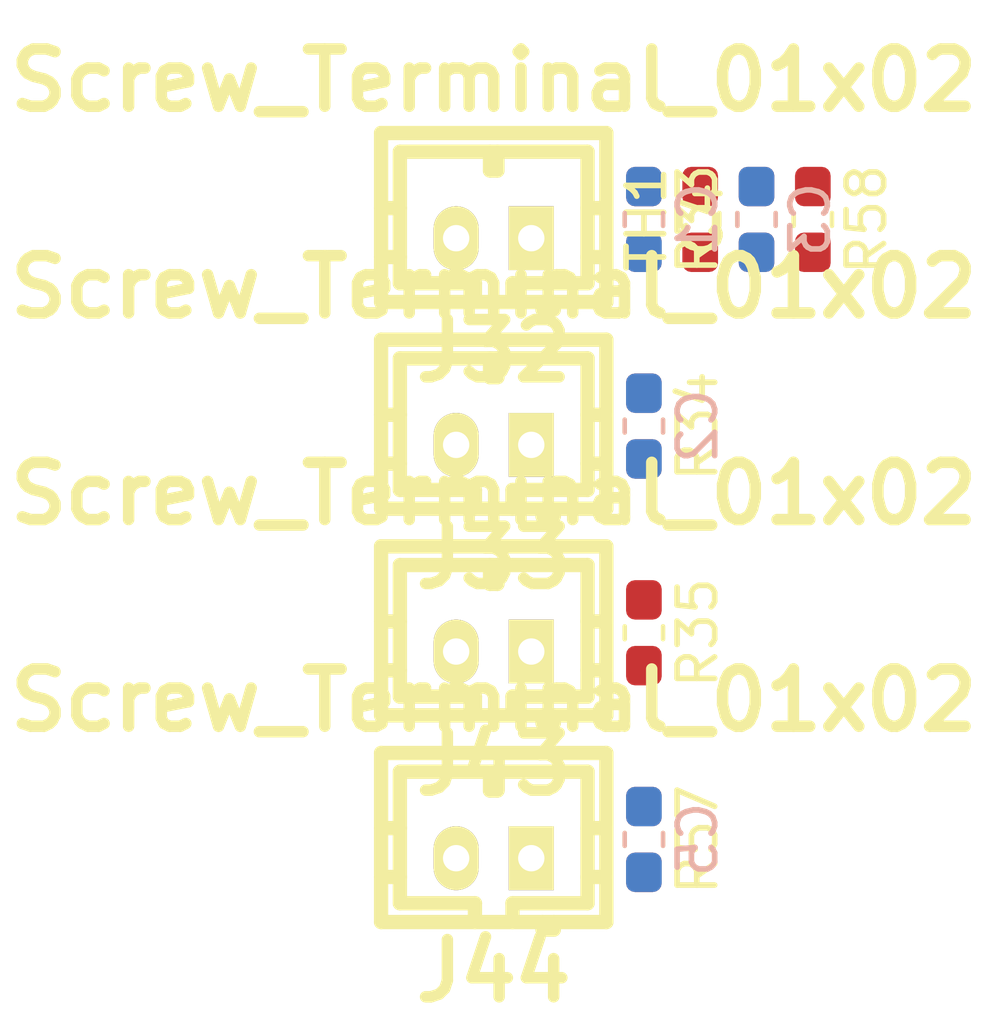
<source format=kicad_pcb>
(kicad_pcb (version 20171130) (host pcbnew 5.0.2-bee76a0~70~ubuntu18.04.1)

  (general
    (thickness 1.6)
    (drawings 0)
    (tracks 0)
    (zones 0)
    (modules 15)
    (nets 8)
  )

  (page A4)
  (layers
    (0 F.Cu signal)
    (31 B.Cu signal)
    (32 B.Adhes user)
    (33 F.Adhes user)
    (34 B.Paste user)
    (35 F.Paste user)
    (36 B.SilkS user)
    (37 F.SilkS user)
    (38 B.Mask user)
    (39 F.Mask user)
    (40 Dwgs.User user)
    (41 Cmts.User user)
    (42 Eco1.User user)
    (43 Eco2.User user)
    (44 Edge.Cuts user)
    (45 Margin user)
    (46 B.CrtYd user)
    (47 F.CrtYd user)
    (48 B.Fab user)
    (49 F.Fab user)
  )

  (setup
    (last_trace_width 0.25)
    (trace_clearance 0.2)
    (zone_clearance 0.508)
    (zone_45_only no)
    (trace_min 0.2)
    (segment_width 0.2)
    (edge_width 0.1)
    (via_size 0.8)
    (via_drill 0.4)
    (via_min_size 0.4)
    (via_min_drill 0.3)
    (uvia_size 0.3)
    (uvia_drill 0.1)
    (uvias_allowed no)
    (uvia_min_size 0.2)
    (uvia_min_drill 0.1)
    (pcb_text_width 0.3)
    (pcb_text_size 1.5 1.5)
    (mod_edge_width 0.15)
    (mod_text_size 1 1)
    (mod_text_width 0.15)
    (pad_size 1.5 1.5)
    (pad_drill 0.6)
    (pad_to_mask_clearance 0)
    (aux_axis_origin 0 0)
    (visible_elements FFFFEF7F)
    (pcbplotparams
      (layerselection 0x010fc_ffffffff)
      (usegerberextensions false)
      (usegerberattributes false)
      (usegerberadvancedattributes false)
      (creategerberjobfile false)
      (excludeedgelayer true)
      (linewidth 0.100000)
      (plotframeref false)
      (viasonmask false)
      (mode 1)
      (useauxorigin false)
      (hpglpennumber 1)
      (hpglpenspeed 20)
      (hpglpendiameter 15.000000)
      (psnegative false)
      (psa4output false)
      (plotreference true)
      (plotvalue true)
      (plotinvisibletext false)
      (padsonsilk false)
      (subtractmaskfromsilk false)
      (outputformat 1)
      (mirror false)
      (drillshape 1)
      (scaleselection 1)
      (outputdirectory ""))
  )

  (net 0 "")
  (net 1 /HEATBED_TEMP)
  (net 2 GND)
  (net 3 /AUX_TEMP)
  (net 4 /HOTEND_TEMP1)
  (net 5 /HOTEND_TEMP2)
  (net 6 +3V3_STM32)
  (net 7 /PCB_TEMP)

  (net_class Default "This is the default net class."
    (clearance 0.2)
    (trace_width 0.25)
    (via_dia 0.8)
    (via_drill 0.4)
    (uvia_dia 0.3)
    (uvia_drill 0.1)
    (add_net +3V3_STM32)
    (add_net /AUX_TEMP)
    (add_net /HEATBED_TEMP)
    (add_net /HOTEND_TEMP1)
    (add_net /HOTEND_TEMP2)
    (add_net /PCB_TEMP)
    (add_net GND)
  )

  (module Capacitor_SMD:C_0603_1608Metric_Pad1.05x0.95mm_HandSolder (layer B.Cu) (tedit 5B301BBE) (tstamp 5CC89F4C)
    (at 8.5 30 90)
    (descr "Capacitor SMD 0603 (1608 Metric), square (rectangular) end terminal, IPC_7351 nominal with elongated pad for handsoldering. (Body size source: http://www.tortai-tech.com/upload/download/2011102023233369053.pdf), generated with kicad-footprint-generator")
    (tags "capacitor handsolder")
    (path /5CC8A74B)
    (attr smd)
    (fp_text reference C5 (at 0 1.43 90) (layer B.SilkS)
      (effects (font (size 1 1) (thickness 0.15)) (justify mirror))
    )
    (fp_text value C105,0603 (at 0 -1.43 90) (layer B.Fab)
      (effects (font (size 1 1) (thickness 0.15)) (justify mirror))
    )
    (fp_line (start -0.8 -0.4) (end -0.8 0.4) (layer B.Fab) (width 0.1))
    (fp_line (start -0.8 0.4) (end 0.8 0.4) (layer B.Fab) (width 0.1))
    (fp_line (start 0.8 0.4) (end 0.8 -0.4) (layer B.Fab) (width 0.1))
    (fp_line (start 0.8 -0.4) (end -0.8 -0.4) (layer B.Fab) (width 0.1))
    (fp_line (start -0.171267 0.51) (end 0.171267 0.51) (layer B.SilkS) (width 0.12))
    (fp_line (start -0.171267 -0.51) (end 0.171267 -0.51) (layer B.SilkS) (width 0.12))
    (fp_line (start -1.65 -0.73) (end -1.65 0.73) (layer B.CrtYd) (width 0.05))
    (fp_line (start -1.65 0.73) (end 1.65 0.73) (layer B.CrtYd) (width 0.05))
    (fp_line (start 1.65 0.73) (end 1.65 -0.73) (layer B.CrtYd) (width 0.05))
    (fp_line (start 1.65 -0.73) (end -1.65 -0.73) (layer B.CrtYd) (width 0.05))
    (fp_text user %R (at 0 0 90) (layer B.Fab)
      (effects (font (size 0.4 0.4) (thickness 0.06)) (justify mirror))
    )
    (pad 1 smd roundrect (at -0.875 0 90) (size 1.05 0.95) (layers B.Cu B.Paste B.Mask) (roundrect_rratio 0.25)
      (net 5 /HOTEND_TEMP2))
    (pad 2 smd roundrect (at 0.875 0 90) (size 1.05 0.95) (layers B.Cu B.Paste B.Mask) (roundrect_rratio 0.25)
      (net 2 GND))
    (model ${KISYS3DMOD}/Capacitor_SMD.3dshapes/C_0603_1608Metric.wrl
      (at (xyz 0 0 0))
      (scale (xyz 1 1 1))
      (rotate (xyz 0 0 0))
    )
  )

  (module Capacitor_SMD:C_0603_1608Metric_Pad1.05x0.95mm_HandSolder (layer F.Cu) (tedit 5B301BBE) (tstamp 5CC89A6F)
    (at 11.5 13.5 90)
    (descr "Capacitor SMD 0603 (1608 Metric), square (rectangular) end terminal, IPC_7351 nominal with elongated pad for handsoldering. (Body size source: http://www.tortai-tech.com/upload/download/2011102023233369053.pdf), generated with kicad-footprint-generator")
    (tags "capacitor handsolder")
    (path /5CC8A6C5)
    (attr smd)
    (fp_text reference C4 (at 0 -1.43 90) (layer F.SilkS)
      (effects (font (size 1 1) (thickness 0.15)))
    )
    (fp_text value C105,0603 (at 0 1.43 90) (layer F.Fab)
      (effects (font (size 1 1) (thickness 0.15)))
    )
    (fp_text user %R (at 0 0 90) (layer F.Fab)
      (effects (font (size 0.4 0.4) (thickness 0.06)))
    )
    (fp_line (start 1.65 0.73) (end -1.65 0.73) (layer F.CrtYd) (width 0.05))
    (fp_line (start 1.65 -0.73) (end 1.65 0.73) (layer F.CrtYd) (width 0.05))
    (fp_line (start -1.65 -0.73) (end 1.65 -0.73) (layer F.CrtYd) (width 0.05))
    (fp_line (start -1.65 0.73) (end -1.65 -0.73) (layer F.CrtYd) (width 0.05))
    (fp_line (start -0.171267 0.51) (end 0.171267 0.51) (layer F.SilkS) (width 0.12))
    (fp_line (start -0.171267 -0.51) (end 0.171267 -0.51) (layer F.SilkS) (width 0.12))
    (fp_line (start 0.8 0.4) (end -0.8 0.4) (layer F.Fab) (width 0.1))
    (fp_line (start 0.8 -0.4) (end 0.8 0.4) (layer F.Fab) (width 0.1))
    (fp_line (start -0.8 -0.4) (end 0.8 -0.4) (layer F.Fab) (width 0.1))
    (fp_line (start -0.8 0.4) (end -0.8 -0.4) (layer F.Fab) (width 0.1))
    (pad 2 smd roundrect (at 0.875 0 90) (size 1.05 0.95) (layers F.Cu F.Paste F.Mask) (roundrect_rratio 0.25)
      (net 2 GND))
    (pad 1 smd roundrect (at -0.875 0 90) (size 1.05 0.95) (layers F.Cu F.Paste F.Mask) (roundrect_rratio 0.25)
      (net 7 /PCB_TEMP))
    (model ${KISYS3DMOD}/Capacitor_SMD.3dshapes/C_0603_1608Metric.wrl
      (at (xyz 0 0 0))
      (scale (xyz 1 1 1))
      (rotate (xyz 0 0 0))
    )
  )

  (module Capacitor_SMD:C_0603_1608Metric_Pad1.05x0.95mm_HandSolder (layer B.Cu) (tedit 5B301BBE) (tstamp 5CC89A5E)
    (at 11.5 13.5 90)
    (descr "Capacitor SMD 0603 (1608 Metric), square (rectangular) end terminal, IPC_7351 nominal with elongated pad for handsoldering. (Body size source: http://www.tortai-tech.com/upload/download/2011102023233369053.pdf), generated with kicad-footprint-generator")
    (tags "capacitor handsolder")
    (path /5CC8A496)
    (attr smd)
    (fp_text reference C3 (at 0 1.43 90) (layer B.SilkS)
      (effects (font (size 1 1) (thickness 0.15)) (justify mirror))
    )
    (fp_text value C105,0603 (at 0 -1.43 90) (layer B.Fab)
      (effects (font (size 1 1) (thickness 0.15)) (justify mirror))
    )
    (fp_line (start -0.8 -0.4) (end -0.8 0.4) (layer B.Fab) (width 0.1))
    (fp_line (start -0.8 0.4) (end 0.8 0.4) (layer B.Fab) (width 0.1))
    (fp_line (start 0.8 0.4) (end 0.8 -0.4) (layer B.Fab) (width 0.1))
    (fp_line (start 0.8 -0.4) (end -0.8 -0.4) (layer B.Fab) (width 0.1))
    (fp_line (start -0.171267 0.51) (end 0.171267 0.51) (layer B.SilkS) (width 0.12))
    (fp_line (start -0.171267 -0.51) (end 0.171267 -0.51) (layer B.SilkS) (width 0.12))
    (fp_line (start -1.65 -0.73) (end -1.65 0.73) (layer B.CrtYd) (width 0.05))
    (fp_line (start -1.65 0.73) (end 1.65 0.73) (layer B.CrtYd) (width 0.05))
    (fp_line (start 1.65 0.73) (end 1.65 -0.73) (layer B.CrtYd) (width 0.05))
    (fp_line (start 1.65 -0.73) (end -1.65 -0.73) (layer B.CrtYd) (width 0.05))
    (fp_text user %R (at 0 0 90) (layer B.Fab)
      (effects (font (size 0.4 0.4) (thickness 0.06)) (justify mirror))
    )
    (pad 1 smd roundrect (at -0.875 0 90) (size 1.05 0.95) (layers B.Cu B.Paste B.Mask) (roundrect_rratio 0.25)
      (net 4 /HOTEND_TEMP1))
    (pad 2 smd roundrect (at 0.875 0 90) (size 1.05 0.95) (layers B.Cu B.Paste B.Mask) (roundrect_rratio 0.25)
      (net 2 GND))
    (model ${KISYS3DMOD}/Capacitor_SMD.3dshapes/C_0603_1608Metric.wrl
      (at (xyz 0 0 0))
      (scale (xyz 1 1 1))
      (rotate (xyz 0 0 0))
    )
  )

  (module Capacitor_SMD:C_0603_1608Metric_Pad1.05x0.95mm_HandSolder (layer B.Cu) (tedit 5B301BBE) (tstamp 5CC89A4D)
    (at 8.5 19 90)
    (descr "Capacitor SMD 0603 (1608 Metric), square (rectangular) end terminal, IPC_7351 nominal with elongated pad for handsoldering. (Body size source: http://www.tortai-tech.com/upload/download/2011102023233369053.pdf), generated with kicad-footprint-generator")
    (tags "capacitor handsolder")
    (path /5CC8A39C)
    (attr smd)
    (fp_text reference C2 (at 0 1.43 90) (layer B.SilkS)
      (effects (font (size 1 1) (thickness 0.15)) (justify mirror))
    )
    (fp_text value C105,0603 (at 0 -1.43 90) (layer B.Fab)
      (effects (font (size 1 1) (thickness 0.15)) (justify mirror))
    )
    (fp_text user %R (at 0 0 90) (layer B.Fab)
      (effects (font (size 0.4 0.4) (thickness 0.06)) (justify mirror))
    )
    (fp_line (start 1.65 -0.73) (end -1.65 -0.73) (layer B.CrtYd) (width 0.05))
    (fp_line (start 1.65 0.73) (end 1.65 -0.73) (layer B.CrtYd) (width 0.05))
    (fp_line (start -1.65 0.73) (end 1.65 0.73) (layer B.CrtYd) (width 0.05))
    (fp_line (start -1.65 -0.73) (end -1.65 0.73) (layer B.CrtYd) (width 0.05))
    (fp_line (start -0.171267 -0.51) (end 0.171267 -0.51) (layer B.SilkS) (width 0.12))
    (fp_line (start -0.171267 0.51) (end 0.171267 0.51) (layer B.SilkS) (width 0.12))
    (fp_line (start 0.8 -0.4) (end -0.8 -0.4) (layer B.Fab) (width 0.1))
    (fp_line (start 0.8 0.4) (end 0.8 -0.4) (layer B.Fab) (width 0.1))
    (fp_line (start -0.8 0.4) (end 0.8 0.4) (layer B.Fab) (width 0.1))
    (fp_line (start -0.8 -0.4) (end -0.8 0.4) (layer B.Fab) (width 0.1))
    (pad 2 smd roundrect (at 0.875 0 90) (size 1.05 0.95) (layers B.Cu B.Paste B.Mask) (roundrect_rratio 0.25)
      (net 2 GND))
    (pad 1 smd roundrect (at -0.875 0 90) (size 1.05 0.95) (layers B.Cu B.Paste B.Mask) (roundrect_rratio 0.25)
      (net 3 /AUX_TEMP))
    (model ${KISYS3DMOD}/Capacitor_SMD.3dshapes/C_0603_1608Metric.wrl
      (at (xyz 0 0 0))
      (scale (xyz 1 1 1))
      (rotate (xyz 0 0 0))
    )
  )

  (module Capacitor_SMD:C_0603_1608Metric_Pad1.05x0.95mm_HandSolder (layer B.Cu) (tedit 5B301BBE) (tstamp 5CC89A3C)
    (at 8.5 13.5 90)
    (descr "Capacitor SMD 0603 (1608 Metric), square (rectangular) end terminal, IPC_7351 nominal with elongated pad for handsoldering. (Body size source: http://www.tortai-tech.com/upload/download/2011102023233369053.pdf), generated with kicad-footprint-generator")
    (tags "capacitor handsolder")
    (path /5CC8A1BD)
    (attr smd)
    (fp_text reference C1 (at 0 1.43 90) (layer B.SilkS)
      (effects (font (size 1 1) (thickness 0.15)) (justify mirror))
    )
    (fp_text value C105,0603 (at 0 -1.43 90) (layer B.Fab)
      (effects (font (size 1 1) (thickness 0.15)) (justify mirror))
    )
    (fp_line (start -0.8 -0.4) (end -0.8 0.4) (layer B.Fab) (width 0.1))
    (fp_line (start -0.8 0.4) (end 0.8 0.4) (layer B.Fab) (width 0.1))
    (fp_line (start 0.8 0.4) (end 0.8 -0.4) (layer B.Fab) (width 0.1))
    (fp_line (start 0.8 -0.4) (end -0.8 -0.4) (layer B.Fab) (width 0.1))
    (fp_line (start -0.171267 0.51) (end 0.171267 0.51) (layer B.SilkS) (width 0.12))
    (fp_line (start -0.171267 -0.51) (end 0.171267 -0.51) (layer B.SilkS) (width 0.12))
    (fp_line (start -1.65 -0.73) (end -1.65 0.73) (layer B.CrtYd) (width 0.05))
    (fp_line (start -1.65 0.73) (end 1.65 0.73) (layer B.CrtYd) (width 0.05))
    (fp_line (start 1.65 0.73) (end 1.65 -0.73) (layer B.CrtYd) (width 0.05))
    (fp_line (start 1.65 -0.73) (end -1.65 -0.73) (layer B.CrtYd) (width 0.05))
    (fp_text user %R (at 0 0 90) (layer B.Fab)
      (effects (font (size 0.4 0.4) (thickness 0.06)) (justify mirror))
    )
    (pad 1 smd roundrect (at -0.875 0 90) (size 1.05 0.95) (layers B.Cu B.Paste B.Mask) (roundrect_rratio 0.25)
      (net 1 /HEATBED_TEMP))
    (pad 2 smd roundrect (at 0.875 0 90) (size 1.05 0.95) (layers B.Cu B.Paste B.Mask) (roundrect_rratio 0.25)
      (net 2 GND))
    (model ${KISYS3DMOD}/Capacitor_SMD.3dshapes/C_0603_1608Metric.wrl
      (at (xyz 0 0 0))
      (scale (xyz 1 1 1))
      (rotate (xyz 0 0 0))
    )
  )

  (module Resistor_SMD:R_0603_1608Metric_Pad1.05x0.95mm_HandSolder (layer F.Cu) (tedit 5B301BBD) (tstamp 5CC89A2B)
    (at 10 13.5 90)
    (descr "Resistor SMD 0603 (1608 Metric), square (rectangular) end terminal, IPC_7351 nominal with elongated pad for handsoldering. (Body size source: http://www.tortai-tech.com/upload/download/2011102023233369053.pdf), generated with kicad-footprint-generator")
    (tags "resistor handsolder")
    (path /5CE61736)
    (attr smd)
    (fp_text reference TH1 (at 0 -1.43 90) (layer F.SilkS)
      (effects (font (size 1 1) (thickness 0.15)))
    )
    (fp_text value Thermistor_NTC (at 0 1.43 90) (layer F.Fab)
      (effects (font (size 1 1) (thickness 0.15)))
    )
    (fp_text user %R (at 0 0 90) (layer F.Fab)
      (effects (font (size 0.4 0.4) (thickness 0.06)))
    )
    (fp_line (start 1.65 0.73) (end -1.65 0.73) (layer F.CrtYd) (width 0.05))
    (fp_line (start 1.65 -0.73) (end 1.65 0.73) (layer F.CrtYd) (width 0.05))
    (fp_line (start -1.65 -0.73) (end 1.65 -0.73) (layer F.CrtYd) (width 0.05))
    (fp_line (start -1.65 0.73) (end -1.65 -0.73) (layer F.CrtYd) (width 0.05))
    (fp_line (start -0.171267 0.51) (end 0.171267 0.51) (layer F.SilkS) (width 0.12))
    (fp_line (start -0.171267 -0.51) (end 0.171267 -0.51) (layer F.SilkS) (width 0.12))
    (fp_line (start 0.8 0.4) (end -0.8 0.4) (layer F.Fab) (width 0.1))
    (fp_line (start 0.8 -0.4) (end 0.8 0.4) (layer F.Fab) (width 0.1))
    (fp_line (start -0.8 -0.4) (end 0.8 -0.4) (layer F.Fab) (width 0.1))
    (fp_line (start -0.8 0.4) (end -0.8 -0.4) (layer F.Fab) (width 0.1))
    (pad 2 smd roundrect (at 0.875 0 90) (size 1.05 0.95) (layers F.Cu F.Paste F.Mask) (roundrect_rratio 0.25)
      (net 2 GND))
    (pad 1 smd roundrect (at -0.875 0 90) (size 1.05 0.95) (layers F.Cu F.Paste F.Mask) (roundrect_rratio 0.25)
      (net 7 /PCB_TEMP))
    (model ${KISYS3DMOD}/Resistor_SMD.3dshapes/R_0603_1608Metric.wrl
      (at (xyz 0 0 0))
      (scale (xyz 1 1 1))
      (rotate (xyz 0 0 0))
    )
  )

  (module Resistor_SMD:R_0603_1608Metric_Pad1.05x0.95mm_HandSolder (layer F.Cu) (tedit 5B301BBD) (tstamp 5CC89A1A)
    (at 13 13.5 270)
    (descr "Resistor SMD 0603 (1608 Metric), square (rectangular) end terminal, IPC_7351 nominal with elongated pad for handsoldering. (Body size source: http://www.tortai-tech.com/upload/download/2011102023233369053.pdf), generated with kicad-footprint-generator")
    (tags "resistor handsolder")
    (path /5CC40EF7)
    (attr smd)
    (fp_text reference R58 (at 0 -1.43 270) (layer F.SilkS)
      (effects (font (size 1 1) (thickness 0.15)))
    )
    (fp_text value R472,0603 (at 0 1.43 270) (layer F.Fab)
      (effects (font (size 1 1) (thickness 0.15)))
    )
    (fp_line (start -0.8 0.4) (end -0.8 -0.4) (layer F.Fab) (width 0.1))
    (fp_line (start -0.8 -0.4) (end 0.8 -0.4) (layer F.Fab) (width 0.1))
    (fp_line (start 0.8 -0.4) (end 0.8 0.4) (layer F.Fab) (width 0.1))
    (fp_line (start 0.8 0.4) (end -0.8 0.4) (layer F.Fab) (width 0.1))
    (fp_line (start -0.171267 -0.51) (end 0.171267 -0.51) (layer F.SilkS) (width 0.12))
    (fp_line (start -0.171267 0.51) (end 0.171267 0.51) (layer F.SilkS) (width 0.12))
    (fp_line (start -1.65 0.73) (end -1.65 -0.73) (layer F.CrtYd) (width 0.05))
    (fp_line (start -1.65 -0.73) (end 1.65 -0.73) (layer F.CrtYd) (width 0.05))
    (fp_line (start 1.65 -0.73) (end 1.65 0.73) (layer F.CrtYd) (width 0.05))
    (fp_line (start 1.65 0.73) (end -1.65 0.73) (layer F.CrtYd) (width 0.05))
    (fp_text user %R (at 0 0 270) (layer F.Fab)
      (effects (font (size 0.4 0.4) (thickness 0.06)))
    )
    (pad 1 smd roundrect (at -0.875 0 270) (size 1.05 0.95) (layers F.Cu F.Paste F.Mask) (roundrect_rratio 0.25)
      (net 6 +3V3_STM32))
    (pad 2 smd roundrect (at 0.875 0 270) (size 1.05 0.95) (layers F.Cu F.Paste F.Mask) (roundrect_rratio 0.25)
      (net 7 /PCB_TEMP))
    (model ${KISYS3DMOD}/Resistor_SMD.3dshapes/R_0603_1608Metric.wrl
      (at (xyz 0 0 0))
      (scale (xyz 1 1 1))
      (rotate (xyz 0 0 0))
    )
  )

  (module Resistor_SMD:R_0603_1608Metric_Pad1.05x0.95mm_HandSolder (layer F.Cu) (tedit 5B301BBD) (tstamp 5CC89A09)
    (at 8.5 30 270)
    (descr "Resistor SMD 0603 (1608 Metric), square (rectangular) end terminal, IPC_7351 nominal with elongated pad for handsoldering. (Body size source: http://www.tortai-tech.com/upload/download/2011102023233369053.pdf), generated with kicad-footprint-generator")
    (tags "resistor handsolder")
    (path /5CC40EC5)
    (attr smd)
    (fp_text reference R57 (at 0 -1.43 270) (layer F.SilkS)
      (effects (font (size 1 1) (thickness 0.15)))
    )
    (fp_text value R472,0603 (at 0 1.43 270) (layer F.Fab)
      (effects (font (size 1 1) (thickness 0.15)))
    )
    (fp_text user %R (at 0 0 270) (layer F.Fab)
      (effects (font (size 0.4 0.4) (thickness 0.06)))
    )
    (fp_line (start 1.65 0.73) (end -1.65 0.73) (layer F.CrtYd) (width 0.05))
    (fp_line (start 1.65 -0.73) (end 1.65 0.73) (layer F.CrtYd) (width 0.05))
    (fp_line (start -1.65 -0.73) (end 1.65 -0.73) (layer F.CrtYd) (width 0.05))
    (fp_line (start -1.65 0.73) (end -1.65 -0.73) (layer F.CrtYd) (width 0.05))
    (fp_line (start -0.171267 0.51) (end 0.171267 0.51) (layer F.SilkS) (width 0.12))
    (fp_line (start -0.171267 -0.51) (end 0.171267 -0.51) (layer F.SilkS) (width 0.12))
    (fp_line (start 0.8 0.4) (end -0.8 0.4) (layer F.Fab) (width 0.1))
    (fp_line (start 0.8 -0.4) (end 0.8 0.4) (layer F.Fab) (width 0.1))
    (fp_line (start -0.8 -0.4) (end 0.8 -0.4) (layer F.Fab) (width 0.1))
    (fp_line (start -0.8 0.4) (end -0.8 -0.4) (layer F.Fab) (width 0.1))
    (pad 2 smd roundrect (at 0.875 0 270) (size 1.05 0.95) (layers F.Cu F.Paste F.Mask) (roundrect_rratio 0.25)
      (net 5 /HOTEND_TEMP2))
    (pad 1 smd roundrect (at -0.875 0 270) (size 1.05 0.95) (layers F.Cu F.Paste F.Mask) (roundrect_rratio 0.25)
      (net 6 +3V3_STM32))
    (model ${KISYS3DMOD}/Resistor_SMD.3dshapes/R_0603_1608Metric.wrl
      (at (xyz 0 0 0))
      (scale (xyz 1 1 1))
      (rotate (xyz 0 0 0))
    )
  )

  (module Resistor_SMD:R_0603_1608Metric_Pad1.05x0.95mm_HandSolder (layer F.Cu) (tedit 5B301BBD) (tstamp 5CC899F8)
    (at 8.5 24.5 270)
    (descr "Resistor SMD 0603 (1608 Metric), square (rectangular) end terminal, IPC_7351 nominal with elongated pad for handsoldering. (Body size source: http://www.tortai-tech.com/upload/download/2011102023233369053.pdf), generated with kicad-footprint-generator")
    (tags "resistor handsolder")
    (path /5CC409E7)
    (attr smd)
    (fp_text reference R35 (at 0 -1.43 270) (layer F.SilkS)
      (effects (font (size 1 1) (thickness 0.15)))
    )
    (fp_text value R472,0603 (at 0 1.43 270) (layer F.Fab)
      (effects (font (size 1 1) (thickness 0.15)))
    )
    (fp_line (start -0.8 0.4) (end -0.8 -0.4) (layer F.Fab) (width 0.1))
    (fp_line (start -0.8 -0.4) (end 0.8 -0.4) (layer F.Fab) (width 0.1))
    (fp_line (start 0.8 -0.4) (end 0.8 0.4) (layer F.Fab) (width 0.1))
    (fp_line (start 0.8 0.4) (end -0.8 0.4) (layer F.Fab) (width 0.1))
    (fp_line (start -0.171267 -0.51) (end 0.171267 -0.51) (layer F.SilkS) (width 0.12))
    (fp_line (start -0.171267 0.51) (end 0.171267 0.51) (layer F.SilkS) (width 0.12))
    (fp_line (start -1.65 0.73) (end -1.65 -0.73) (layer F.CrtYd) (width 0.05))
    (fp_line (start -1.65 -0.73) (end 1.65 -0.73) (layer F.CrtYd) (width 0.05))
    (fp_line (start 1.65 -0.73) (end 1.65 0.73) (layer F.CrtYd) (width 0.05))
    (fp_line (start 1.65 0.73) (end -1.65 0.73) (layer F.CrtYd) (width 0.05))
    (fp_text user %R (at 0 0 270) (layer F.Fab)
      (effects (font (size 0.4 0.4) (thickness 0.06)))
    )
    (pad 1 smd roundrect (at -0.875 0 270) (size 1.05 0.95) (layers F.Cu F.Paste F.Mask) (roundrect_rratio 0.25)
      (net 6 +3V3_STM32))
    (pad 2 smd roundrect (at 0.875 0 270) (size 1.05 0.95) (layers F.Cu F.Paste F.Mask) (roundrect_rratio 0.25)
      (net 4 /HOTEND_TEMP1))
    (model ${KISYS3DMOD}/Resistor_SMD.3dshapes/R_0603_1608Metric.wrl
      (at (xyz 0 0 0))
      (scale (xyz 1 1 1))
      (rotate (xyz 0 0 0))
    )
  )

  (module Resistor_SMD:R_0603_1608Metric_Pad1.05x0.95mm_HandSolder (layer F.Cu) (tedit 5B301BBD) (tstamp 5CC899E7)
    (at 8.5 19 270)
    (descr "Resistor SMD 0603 (1608 Metric), square (rectangular) end terminal, IPC_7351 nominal with elongated pad for handsoldering. (Body size source: http://www.tortai-tech.com/upload/download/2011102023233369053.pdf), generated with kicad-footprint-generator")
    (tags "resistor handsolder")
    (path /5CC416F3)
    (attr smd)
    (fp_text reference R34 (at 0 -1.43 270) (layer F.SilkS)
      (effects (font (size 1 1) (thickness 0.15)))
    )
    (fp_text value R472,0603 (at 0 1.43 270) (layer F.Fab)
      (effects (font (size 1 1) (thickness 0.15)))
    )
    (fp_text user %R (at 0 0 270) (layer F.Fab)
      (effects (font (size 0.4 0.4) (thickness 0.06)))
    )
    (fp_line (start 1.65 0.73) (end -1.65 0.73) (layer F.CrtYd) (width 0.05))
    (fp_line (start 1.65 -0.73) (end 1.65 0.73) (layer F.CrtYd) (width 0.05))
    (fp_line (start -1.65 -0.73) (end 1.65 -0.73) (layer F.CrtYd) (width 0.05))
    (fp_line (start -1.65 0.73) (end -1.65 -0.73) (layer F.CrtYd) (width 0.05))
    (fp_line (start -0.171267 0.51) (end 0.171267 0.51) (layer F.SilkS) (width 0.12))
    (fp_line (start -0.171267 -0.51) (end 0.171267 -0.51) (layer F.SilkS) (width 0.12))
    (fp_line (start 0.8 0.4) (end -0.8 0.4) (layer F.Fab) (width 0.1))
    (fp_line (start 0.8 -0.4) (end 0.8 0.4) (layer F.Fab) (width 0.1))
    (fp_line (start -0.8 -0.4) (end 0.8 -0.4) (layer F.Fab) (width 0.1))
    (fp_line (start -0.8 0.4) (end -0.8 -0.4) (layer F.Fab) (width 0.1))
    (pad 2 smd roundrect (at 0.875 0 270) (size 1.05 0.95) (layers F.Cu F.Paste F.Mask) (roundrect_rratio 0.25)
      (net 3 /AUX_TEMP))
    (pad 1 smd roundrect (at -0.875 0 270) (size 1.05 0.95) (layers F.Cu F.Paste F.Mask) (roundrect_rratio 0.25)
      (net 6 +3V3_STM32))
    (model ${KISYS3DMOD}/Resistor_SMD.3dshapes/R_0603_1608Metric.wrl
      (at (xyz 0 0 0))
      (scale (xyz 1 1 1))
      (rotate (xyz 0 0 0))
    )
  )

  (module Resistor_SMD:R_0603_1608Metric_Pad1.05x0.95mm_HandSolder (layer F.Cu) (tedit 5B301BBD) (tstamp 5CC899D6)
    (at 8.5 13.5 270)
    (descr "Resistor SMD 0603 (1608 Metric), square (rectangular) end terminal, IPC_7351 nominal with elongated pad for handsoldering. (Body size source: http://www.tortai-tech.com/upload/download/2011102023233369053.pdf), generated with kicad-footprint-generator")
    (tags "resistor handsolder")
    (path /5CC3DD45)
    (attr smd)
    (fp_text reference R33 (at 0 -1.43 270) (layer F.SilkS)
      (effects (font (size 1 1) (thickness 0.15)))
    )
    (fp_text value R472,0603 (at 0 1.43 270) (layer F.Fab)
      (effects (font (size 1 1) (thickness 0.15)))
    )
    (fp_line (start -0.8 0.4) (end -0.8 -0.4) (layer F.Fab) (width 0.1))
    (fp_line (start -0.8 -0.4) (end 0.8 -0.4) (layer F.Fab) (width 0.1))
    (fp_line (start 0.8 -0.4) (end 0.8 0.4) (layer F.Fab) (width 0.1))
    (fp_line (start 0.8 0.4) (end -0.8 0.4) (layer F.Fab) (width 0.1))
    (fp_line (start -0.171267 -0.51) (end 0.171267 -0.51) (layer F.SilkS) (width 0.12))
    (fp_line (start -0.171267 0.51) (end 0.171267 0.51) (layer F.SilkS) (width 0.12))
    (fp_line (start -1.65 0.73) (end -1.65 -0.73) (layer F.CrtYd) (width 0.05))
    (fp_line (start -1.65 -0.73) (end 1.65 -0.73) (layer F.CrtYd) (width 0.05))
    (fp_line (start 1.65 -0.73) (end 1.65 0.73) (layer F.CrtYd) (width 0.05))
    (fp_line (start 1.65 0.73) (end -1.65 0.73) (layer F.CrtYd) (width 0.05))
    (fp_text user %R (at 0 0 270) (layer F.Fab)
      (effects (font (size 0.4 0.4) (thickness 0.06)))
    )
    (pad 1 smd roundrect (at -0.875 0 270) (size 1.05 0.95) (layers F.Cu F.Paste F.Mask) (roundrect_rratio 0.25)
      (net 6 +3V3_STM32))
    (pad 2 smd roundrect (at 0.875 0 270) (size 1.05 0.95) (layers F.Cu F.Paste F.Mask) (roundrect_rratio 0.25)
      (net 1 /HEATBED_TEMP))
    (model ${KISYS3DMOD}/Resistor_SMD.3dshapes/R_0603_1608Metric.wrl
      (at (xyz 0 0 0))
      (scale (xyz 1 1 1))
      (rotate (xyz 0 0 0))
    )
  )

  (module w_conn_jst-ph:b2b-ph-kl (layer F.Cu) (tedit 0) (tstamp 5CC899C5)
    (at 4.5 30.5 180)
    (descr "JST PH series connector, B2B-PH-KL")
    (path /5CC40EDC)
    (fp_text reference J44 (at 0 -2.99974 180) (layer F.SilkS)
      (effects (font (size 1.524 1.524) (thickness 0.3048)))
    )
    (fp_text value Screw_Terminal_01x02 (at 0 4.20116 180) (layer F.SilkS)
      (effects (font (size 1.524 1.524) (thickness 0.3048)))
    )
    (fp_line (start -2.99974 2.79908) (end 2.99974 2.79908) (layer F.SilkS) (width 0.381))
    (fp_line (start 2.99974 -1.69926) (end -2.99974 -1.69926) (layer F.SilkS) (width 0.381))
    (fp_line (start -1.6002 -1.89992) (end -1.6002 -1.69926) (layer F.SilkS) (width 0.381))
    (fp_line (start -1.30048 -1.89992) (end -1.6002 -1.89992) (layer F.SilkS) (width 0.381))
    (fp_line (start -1.30048 -1.69926) (end -1.30048 -1.89992) (layer F.SilkS) (width 0.381))
    (fp_line (start 2.99974 -1.69926) (end 2.99974 2.79908) (layer F.SilkS) (width 0.381))
    (fp_line (start -2.99974 -1.69926) (end -2.99974 2.79908) (layer F.SilkS) (width 0.381))
    (fp_line (start 0.50038 -1.19888) (end 0.50038 -1.69926) (layer F.SilkS) (width 0.381))
    (fp_line (start 2.49936 -1.19888) (end 0.50038 -1.19888) (layer F.SilkS) (width 0.381))
    (fp_line (start 2.49936 2.30124) (end 2.49936 -1.19888) (layer F.SilkS) (width 0.381))
    (fp_line (start -2.49936 2.30124) (end 2.49936 2.30124) (layer F.SilkS) (width 0.381))
    (fp_line (start -2.49936 -1.19888) (end -2.49936 2.30124) (layer F.SilkS) (width 0.381))
    (fp_line (start -0.50038 -1.19888) (end -2.49936 -1.19888) (layer F.SilkS) (width 0.381))
    (fp_line (start -0.50038 -1.69926) (end -0.50038 -1.19888) (layer F.SilkS) (width 0.381))
    (fp_line (start -2.49936 -0.50038) (end -2.99974 -0.50038) (layer F.SilkS) (width 0.381))
    (fp_line (start -2.49936 0.8001) (end -2.99974 0.8001) (layer F.SilkS) (width 0.381))
    (fp_line (start 2.49936 0.8001) (end 2.99974 0.8001) (layer F.SilkS) (width 0.381))
    (fp_line (start 2.99974 -0.50038) (end 2.49936 -0.50038) (layer F.SilkS) (width 0.381))
    (fp_line (start 0.09906 1.80086) (end 0.09906 2.30124) (layer F.SilkS) (width 0.381))
    (fp_line (start -0.09906 1.80086) (end 0.09906 1.80086) (layer F.SilkS) (width 0.381))
    (fp_line (start -0.09906 2.30124) (end -0.09906 1.80086) (layer F.SilkS) (width 0.381))
    (pad 2 thru_hole oval (at 1.00076 0 180) (size 1.19888 1.69926) (drill 0.70104) (layers *.Cu *.Mask F.SilkS)
      (net 2 GND))
    (pad 1 thru_hole rect (at -1.00076 0 180) (size 1.19888 1.69926) (drill 0.70104) (layers *.Cu *.Mask F.SilkS)
      (net 5 /HOTEND_TEMP2))
    (model ${HOME}/_workspace/kicad/kicad_library/smisioto-footprints/modules/packages3d/walter/conn_jst-ph/b2b-ph-kl.wrl
      (at (xyz 0 0 0))
      (scale (xyz 1 1 1))
      (rotate (xyz 0 0 0))
    )
  )

  (module w_conn_jst-ph:b2b-ph-kl (layer F.Cu) (tedit 0) (tstamp 5CC899AA)
    (at 4.5 25 180)
    (descr "JST PH series connector, B2B-PH-KL")
    (path /5CC409FE)
    (fp_text reference J43 (at 0 -2.99974 180) (layer F.SilkS)
      (effects (font (size 1.524 1.524) (thickness 0.3048)))
    )
    (fp_text value Screw_Terminal_01x02 (at 0 4.20116 180) (layer F.SilkS)
      (effects (font (size 1.524 1.524) (thickness 0.3048)))
    )
    (fp_line (start -0.09906 2.30124) (end -0.09906 1.80086) (layer F.SilkS) (width 0.381))
    (fp_line (start -0.09906 1.80086) (end 0.09906 1.80086) (layer F.SilkS) (width 0.381))
    (fp_line (start 0.09906 1.80086) (end 0.09906 2.30124) (layer F.SilkS) (width 0.381))
    (fp_line (start 2.99974 -0.50038) (end 2.49936 -0.50038) (layer F.SilkS) (width 0.381))
    (fp_line (start 2.49936 0.8001) (end 2.99974 0.8001) (layer F.SilkS) (width 0.381))
    (fp_line (start -2.49936 0.8001) (end -2.99974 0.8001) (layer F.SilkS) (width 0.381))
    (fp_line (start -2.49936 -0.50038) (end -2.99974 -0.50038) (layer F.SilkS) (width 0.381))
    (fp_line (start -0.50038 -1.69926) (end -0.50038 -1.19888) (layer F.SilkS) (width 0.381))
    (fp_line (start -0.50038 -1.19888) (end -2.49936 -1.19888) (layer F.SilkS) (width 0.381))
    (fp_line (start -2.49936 -1.19888) (end -2.49936 2.30124) (layer F.SilkS) (width 0.381))
    (fp_line (start -2.49936 2.30124) (end 2.49936 2.30124) (layer F.SilkS) (width 0.381))
    (fp_line (start 2.49936 2.30124) (end 2.49936 -1.19888) (layer F.SilkS) (width 0.381))
    (fp_line (start 2.49936 -1.19888) (end 0.50038 -1.19888) (layer F.SilkS) (width 0.381))
    (fp_line (start 0.50038 -1.19888) (end 0.50038 -1.69926) (layer F.SilkS) (width 0.381))
    (fp_line (start -2.99974 -1.69926) (end -2.99974 2.79908) (layer F.SilkS) (width 0.381))
    (fp_line (start 2.99974 -1.69926) (end 2.99974 2.79908) (layer F.SilkS) (width 0.381))
    (fp_line (start -1.30048 -1.69926) (end -1.30048 -1.89992) (layer F.SilkS) (width 0.381))
    (fp_line (start -1.30048 -1.89992) (end -1.6002 -1.89992) (layer F.SilkS) (width 0.381))
    (fp_line (start -1.6002 -1.89992) (end -1.6002 -1.69926) (layer F.SilkS) (width 0.381))
    (fp_line (start 2.99974 -1.69926) (end -2.99974 -1.69926) (layer F.SilkS) (width 0.381))
    (fp_line (start -2.99974 2.79908) (end 2.99974 2.79908) (layer F.SilkS) (width 0.381))
    (pad 1 thru_hole rect (at -1.00076 0 180) (size 1.19888 1.69926) (drill 0.70104) (layers *.Cu *.Mask F.SilkS)
      (net 4 /HOTEND_TEMP1))
    (pad 2 thru_hole oval (at 1.00076 0 180) (size 1.19888 1.69926) (drill 0.70104) (layers *.Cu *.Mask F.SilkS)
      (net 2 GND))
    (model ${HOME}/_workspace/kicad/kicad_library/smisioto-footprints/modules/packages3d/walter/conn_jst-ph/b2b-ph-kl.wrl
      (at (xyz 0 0 0))
      (scale (xyz 1 1 1))
      (rotate (xyz 0 0 0))
    )
  )

  (module w_conn_jst-ph:b2b-ph-kl (layer F.Cu) (tedit 0) (tstamp 5CC8998F)
    (at 4.5 19.5 180)
    (descr "JST PH series connector, B2B-PH-KL")
    (path /5CC4170A)
    (fp_text reference J33 (at 0 -2.99974 180) (layer F.SilkS)
      (effects (font (size 1.524 1.524) (thickness 0.3048)))
    )
    (fp_text value Screw_Terminal_01x02 (at 0 4.20116 180) (layer F.SilkS)
      (effects (font (size 1.524 1.524) (thickness 0.3048)))
    )
    (fp_line (start -2.99974 2.79908) (end 2.99974 2.79908) (layer F.SilkS) (width 0.381))
    (fp_line (start 2.99974 -1.69926) (end -2.99974 -1.69926) (layer F.SilkS) (width 0.381))
    (fp_line (start -1.6002 -1.89992) (end -1.6002 -1.69926) (layer F.SilkS) (width 0.381))
    (fp_line (start -1.30048 -1.89992) (end -1.6002 -1.89992) (layer F.SilkS) (width 0.381))
    (fp_line (start -1.30048 -1.69926) (end -1.30048 -1.89992) (layer F.SilkS) (width 0.381))
    (fp_line (start 2.99974 -1.69926) (end 2.99974 2.79908) (layer F.SilkS) (width 0.381))
    (fp_line (start -2.99974 -1.69926) (end -2.99974 2.79908) (layer F.SilkS) (width 0.381))
    (fp_line (start 0.50038 -1.19888) (end 0.50038 -1.69926) (layer F.SilkS) (width 0.381))
    (fp_line (start 2.49936 -1.19888) (end 0.50038 -1.19888) (layer F.SilkS) (width 0.381))
    (fp_line (start 2.49936 2.30124) (end 2.49936 -1.19888) (layer F.SilkS) (width 0.381))
    (fp_line (start -2.49936 2.30124) (end 2.49936 2.30124) (layer F.SilkS) (width 0.381))
    (fp_line (start -2.49936 -1.19888) (end -2.49936 2.30124) (layer F.SilkS) (width 0.381))
    (fp_line (start -0.50038 -1.19888) (end -2.49936 -1.19888) (layer F.SilkS) (width 0.381))
    (fp_line (start -0.50038 -1.69926) (end -0.50038 -1.19888) (layer F.SilkS) (width 0.381))
    (fp_line (start -2.49936 -0.50038) (end -2.99974 -0.50038) (layer F.SilkS) (width 0.381))
    (fp_line (start -2.49936 0.8001) (end -2.99974 0.8001) (layer F.SilkS) (width 0.381))
    (fp_line (start 2.49936 0.8001) (end 2.99974 0.8001) (layer F.SilkS) (width 0.381))
    (fp_line (start 2.99974 -0.50038) (end 2.49936 -0.50038) (layer F.SilkS) (width 0.381))
    (fp_line (start 0.09906 1.80086) (end 0.09906 2.30124) (layer F.SilkS) (width 0.381))
    (fp_line (start -0.09906 1.80086) (end 0.09906 1.80086) (layer F.SilkS) (width 0.381))
    (fp_line (start -0.09906 2.30124) (end -0.09906 1.80086) (layer F.SilkS) (width 0.381))
    (pad 2 thru_hole oval (at 1.00076 0 180) (size 1.19888 1.69926) (drill 0.70104) (layers *.Cu *.Mask F.SilkS)
      (net 2 GND))
    (pad 1 thru_hole rect (at -1.00076 0 180) (size 1.19888 1.69926) (drill 0.70104) (layers *.Cu *.Mask F.SilkS)
      (net 3 /AUX_TEMP))
    (model ${HOME}/_workspace/kicad/kicad_library/smisioto-footprints/modules/packages3d/walter/conn_jst-ph/b2b-ph-kl.wrl
      (at (xyz 0 0 0))
      (scale (xyz 1 1 1))
      (rotate (xyz 0 0 0))
    )
  )

  (module w_conn_jst-ph:b2b-ph-kl (layer F.Cu) (tedit 0) (tstamp 5CC89974)
    (at 4.5 14 180)
    (descr "JST PH series connector, B2B-PH-KL")
    (path /5CC3E589)
    (fp_text reference J32 (at 0 -2.99974 180) (layer F.SilkS)
      (effects (font (size 1.524 1.524) (thickness 0.3048)))
    )
    (fp_text value Screw_Terminal_01x02 (at 0 4.20116 180) (layer F.SilkS)
      (effects (font (size 1.524 1.524) (thickness 0.3048)))
    )
    (fp_line (start -0.09906 2.30124) (end -0.09906 1.80086) (layer F.SilkS) (width 0.381))
    (fp_line (start -0.09906 1.80086) (end 0.09906 1.80086) (layer F.SilkS) (width 0.381))
    (fp_line (start 0.09906 1.80086) (end 0.09906 2.30124) (layer F.SilkS) (width 0.381))
    (fp_line (start 2.99974 -0.50038) (end 2.49936 -0.50038) (layer F.SilkS) (width 0.381))
    (fp_line (start 2.49936 0.8001) (end 2.99974 0.8001) (layer F.SilkS) (width 0.381))
    (fp_line (start -2.49936 0.8001) (end -2.99974 0.8001) (layer F.SilkS) (width 0.381))
    (fp_line (start -2.49936 -0.50038) (end -2.99974 -0.50038) (layer F.SilkS) (width 0.381))
    (fp_line (start -0.50038 -1.69926) (end -0.50038 -1.19888) (layer F.SilkS) (width 0.381))
    (fp_line (start -0.50038 -1.19888) (end -2.49936 -1.19888) (layer F.SilkS) (width 0.381))
    (fp_line (start -2.49936 -1.19888) (end -2.49936 2.30124) (layer F.SilkS) (width 0.381))
    (fp_line (start -2.49936 2.30124) (end 2.49936 2.30124) (layer F.SilkS) (width 0.381))
    (fp_line (start 2.49936 2.30124) (end 2.49936 -1.19888) (layer F.SilkS) (width 0.381))
    (fp_line (start 2.49936 -1.19888) (end 0.50038 -1.19888) (layer F.SilkS) (width 0.381))
    (fp_line (start 0.50038 -1.19888) (end 0.50038 -1.69926) (layer F.SilkS) (width 0.381))
    (fp_line (start -2.99974 -1.69926) (end -2.99974 2.79908) (layer F.SilkS) (width 0.381))
    (fp_line (start 2.99974 -1.69926) (end 2.99974 2.79908) (layer F.SilkS) (width 0.381))
    (fp_line (start -1.30048 -1.69926) (end -1.30048 -1.89992) (layer F.SilkS) (width 0.381))
    (fp_line (start -1.30048 -1.89992) (end -1.6002 -1.89992) (layer F.SilkS) (width 0.381))
    (fp_line (start -1.6002 -1.89992) (end -1.6002 -1.69926) (layer F.SilkS) (width 0.381))
    (fp_line (start 2.99974 -1.69926) (end -2.99974 -1.69926) (layer F.SilkS) (width 0.381))
    (fp_line (start -2.99974 2.79908) (end 2.99974 2.79908) (layer F.SilkS) (width 0.381))
    (pad 1 thru_hole rect (at -1.00076 0 180) (size 1.19888 1.69926) (drill 0.70104) (layers *.Cu *.Mask F.SilkS)
      (net 1 /HEATBED_TEMP))
    (pad 2 thru_hole oval (at 1.00076 0 180) (size 1.19888 1.69926) (drill 0.70104) (layers *.Cu *.Mask F.SilkS)
      (net 2 GND))
    (model ${HOME}/_workspace/kicad/kicad_library/smisioto-footprints/modules/packages3d/walter/conn_jst-ph/b2b-ph-kl.wrl
      (at (xyz 0 0 0))
      (scale (xyz 1 1 1))
      (rotate (xyz 0 0 0))
    )
  )

)

</source>
